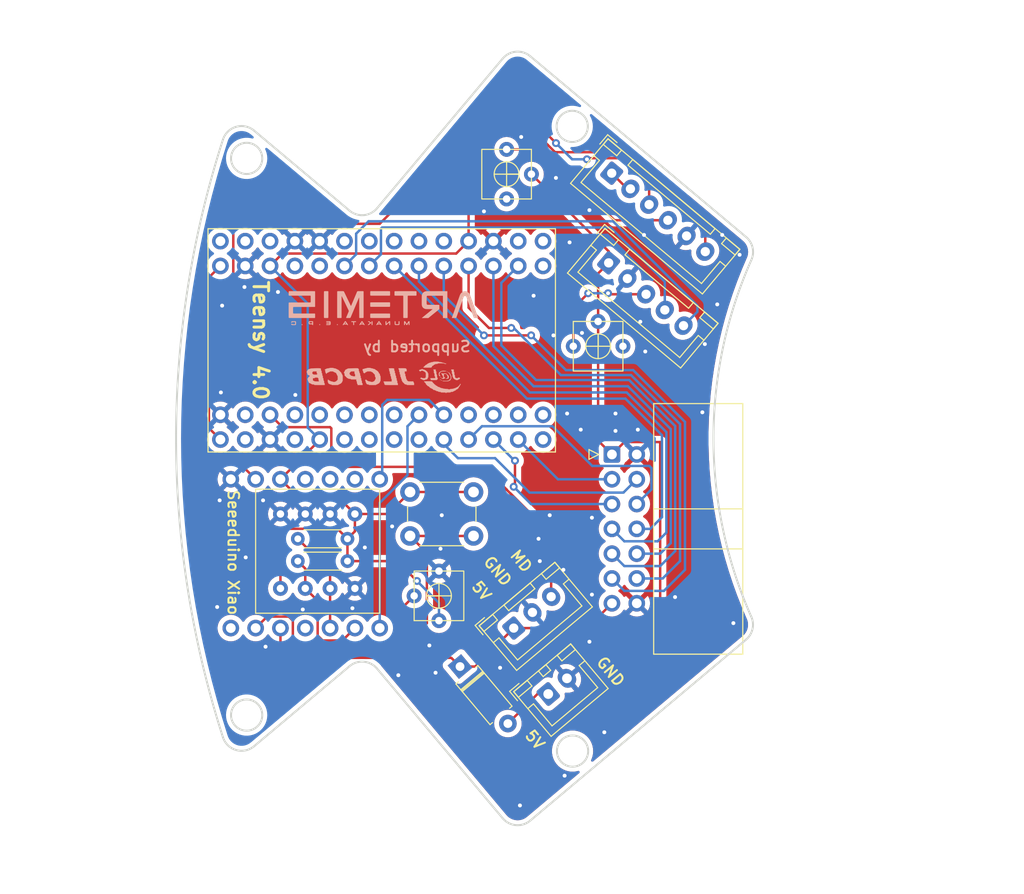
<source format=kicad_pcb>
(kicad_pcb (version 20211014) (generator pcbnew)
  (layers (0 "F.Cu" signal) (31 "B.Cu" signal) (34 "B.Paste" user) (35 "F.Paste" user) (36 "B.SilkS" user "B.Silkscreen") (37 "F.SilkS" user "F.Silkscreen") (38 "B.Mask" user) (39 "F.Mask" user) (44 "Edge.Cuts" user))
  (net 0 "")
  (net 1 "+5V")
  (net 2 "Net-(D1-Pad2)")
  (net 3 "GND")
  (net 4 "MD_TX")
  (net 5 "Net-(J3-Pad3)")
  (net 6 "Line_Seeed_Tx")
  (net 7 "Line_Seeed_Rx")
  (net 8 "Push_Enter")
  (net 9 "Push_Left")
  (net 10 "Push_Right")
  (net 11 "Toggle_Switch")
  (net 12 "SSD1306_SDA")
  (net 13 "SSD1306_SCL")
  (net 14 "OpenMV_Tx")
  (net 15 "OpenMV_Rx")
  (net 16 "Kathode")
  (net 17 "TouchSensor")
  (net 18 "Net-(J5-Pad4)")
  (net 19 "+3.3V")
  (net 20 "L3GD20H_SCL")
  (net 21 "L3GD20H_SDA")
  (net 22 "A1")
  (net 23 "A2")
  (net 30 "Gyro_Seeed_Rx")
  (net 31 "Gyro_Seeed_Tx")
  (net 40 "Ball_Seeed_Tx")
  (net 41 "Ball_Seeed_Rx")
  (footprint "Connector_IDC:IDC-Header_2x07_P2.54mm_Horizontal" (layer "F.Cu") (at 169.0545 99.06)
    (fp_text reference "J4" hide)
    (fp_text value "Conn_01x14_Female" hide)
    (pad "1" thru_hole roundrect (at 0 0) (size 1.7 1.7) (drill 1) (layers *.Cu *.Mask) (roundrect_rratio 0.1470588235) (net 1 "+5V"))
    (pad "2" thru_hole circle (at 2.54 0) (size 1.7 1.7) (drill 1) (layers *.Cu *.Mask) (net 3 "GND"))
    (pad "3" thru_hole circle (at 0 2.54) (size 1.7 1.7) (drill 1) (layers *.Cu *.Mask) (net 8 "Push_Enter"))
    (pad "4" thru_hole circle (at 2.54 2.54) (size 1.7 1.7) (drill 1) (layers *.Cu *.Mask) (net 9 "Push_Left"))
    (pad "5" thru_hole circle (at 0 5.08) (size 1.7 1.7) (drill 1) (layers *.Cu *.Mask) (net 10 "Push_Right"))
    (pad "6" thru_hole circle (at 2.54 5.08) (size 1.7 1.7) (drill 1) (layers *.Cu *.Mask) (net 11 "Toggle_Switch"))
    (pad "7" thru_hole circle (at 0 7.62) (size 1.7 1.7) (drill 1) (layers *.Cu *.Mask) (net 12 "SSD1306_SDA"))
    (pad "8" thru_hole circle (at 2.54 7.62) (size 1.7 1.7) (drill 1) (layers *.Cu *.Mask) (net 13 "SSD1306_SCL"))
    (pad "9" thru_hole circle (at 0 10.16) (size 1.7 1.7) (drill 1) (layers *.Cu *.Mask) (net 40 "Ball_Seeed_Tx"))
    (pad "10" thru_hole circle (at 2.54 10.16) (size 1.7 1.7) (drill 1) (layers *.Cu *.Mask) (net 41 "Ball_Seeed_Rx"))
    (pad "11" thru_hole circle (at 0 12.7) (size 1.7 1.7) (drill 1) (layers *.Cu *.Mask) (net 14 "OpenMV_Tx"))
    (pad "12" thru_hole circle (at 2.54 12.7) (size 1.7 1.7) (drill 1) (layers *.Cu *.Mask) (net 15 "OpenMV_Rx"))
    (pad "13" thru_hole circle (at 0 15.24) (size 1.7 1.7) (drill 1) (layers *.Cu *.Mask) (net 1 "+5V"))
    (pad "14" thru_hole circle (at 2.54 15.24) (size 1.7 1.7) (drill 1) (layers *.Cu *.Mask) (net 3 "GND"))
  )
  (footprint "Diode_THT:D_A-405_P7.62mm_Horizontal" (layer "F.Cu") (at 153.50698 120.779371 -50)
    (fp_text reference "D1" hide)
    (fp_text value "D" hide)
    (pad "1" thru_hole rect (at 0 0 310) (size 1.8 1.8) (drill 0.9) (layers *.Cu *.Mask) (net 1 "+5V"))
    (pad "2" thru_hole oval (at 7.62 0 310) (size 1.8 1.8) (drill 0.9) (layers *.Cu *.Mask) (net 2 "Net-(D1-Pad2)"))
  )
  (footprint "Connector_JST:JST_XH_B5B-XH-A_1x05_P2.50mm_Vertical" (layer "F.Cu") (at 168.719242 79.441889 -40)
    (fp_text reference "J3" hide)
    (fp_text value "Conn_01x05_Female" hide)
    (pad "1" thru_hole roundrect (at 0 0 320) (size 1.7 1.95) (drill 0.95) (layers *.Cu *.Mask) (roundrect_rratio 0.1470588235) (net 1 "+5V"))
    (pad "2" thru_hole oval (at 2.5 0 320) (size 1.7 1.95) (drill 0.95) (layers *.Cu *.Mask) (net 3 "GND"))
    (pad "3" thru_hole oval (at 5 0 320) (size 1.7 1.95) (drill 0.95) (layers *.Cu *.Mask) (net 5 "Net-(J3-Pad3)"))
    (pad "4" thru_hole oval (at 7.5 0 320) (size 1.7 1.95) (drill 0.95) (layers *.Cu *.Mask) (net 6 "Line_Seeed_Tx"))
    (pad "5" thru_hole oval (at 10 0 320) (size 1.7 1.95) (drill 0.95) (layers *.Cu *.Mask) (net 7 "Line_Seeed_Rx"))
  )
  (footprint "Variable_Register:Variable_Register" (layer "F.Cu") (at 167.64 80.359)
    (fp_text reference "R1" hide)
    (fp_text value "R_Trim" hide)
    (pad "1" thru_hole circle (at -2.54 7.62) (size 1.524 1.524) (drill 0.762) (layers *.Cu *.Mask) (net 5 "Net-(J3-Pad3)"))
    (pad "2" thru_hole circle (at 0 5.08) (size 1.524 1.524) (drill 0.762) (layers *.Cu *.Mask) (net 1 "+5V"))
    (pad "3" thru_hole circle (at 2.54 7.62) (size 1.524 1.524) (drill 0.762) (layers *.Cu *.Mask))
  )
  (footprint "Connector_JST:JST_XH_B6B-XH-A_1x06_P2.50mm_Vertical" (layer "F.Cu") (at 169.031686 70.256404 -40)
    (fp_text reference "J5" hide)
    (fp_text value "Conn_01x06_Female" hide)
    (pad "1" thru_hole roundrect (at 0 0 320) (size 1.7 1.95) (drill 0.95) (layers *.Cu *.Mask) (roundrect_rratio 0.1470588235) (net 16 "Kathode"))
    (pad "2" thru_hole oval (at 2.5 0 320) (size 1.7 1.95) (drill 0.95) (layers *.Cu *.Mask) (net 16 "Kathode"))
    (pad "3" thru_hole oval (at 5 0 320) (size 1.7 1.95) (drill 0.95) (layers *.Cu *.Mask) (net 17 "TouchSensor"))
    (pad "4" thru_hole oval (at 7.5 0 320) (size 1.7 1.95) (drill 0.95) (layers *.Cu *.Mask) (net 18 "Net-(J5-Pad4)"))
    (pad "5" thru_hole oval (at 10 0 320) (size 1.7 1.95) (drill 0.95) (layers *.Cu *.Mask) (net 3 "GND"))
    (pad "6" thru_hole oval (at 12.5 0 320) (size 1.7 1.95) (drill 0.95) (layers *.Cu *.Mask) (net 19 "+3.3V"))
  )
  (footprint "Connector_JST:JST_XH_B3B-XH-A_1x03_P2.50mm_Vertical" (layer "F.Cu") (at 159.004 116.84 40)
    (fp_text reference "J2" hide)
    (fp_text value "Conn_01x03_Female" hide)
    (pad "1" thru_hole roundrect (at 0 0 40) (size 1.7 1.95) (drill 0.95) (layers *.Cu *.Mask) (roundrect_rratio 0.1470588235) (net 1 "+5V"))
    (pad "2" thru_hole oval (at 2.5 0 40) (size 1.7 1.95) (drill 0.95) (layers *.Cu *.Mask) (net 3 "GND"))
    (pad "3" thru_hole oval (at 5 0 40) (size 1.7 1.95) (drill 0.95) (layers *.Cu *.Mask) (net 4 "MD_TX"))
  )
  (footprint "Connector_JST:JST_XH_B2B-XH-A_1x02_P2.50mm_Vertical" (layer "F.Cu") (at 162.534981 123.591311 40)
    (fp_text reference "J1" hide)
    (fp_text value "Conn_01x02_Female" hide)
    (pad "1" thru_hole roundrect (at 0 0 40) (size 1.7 2) (drill 1) (layers *.Cu *.Mask) (roundrect_rratio 0.1470588235) (net 2 "Net-(D1-Pad2)"))
    (pad "2" thru_hole oval (at 2.5 0 40) (size 1.7 2) (drill 1) (layers *.Cu *.Mask) (net 3 "GND"))
  )
  (footprint "Variable_Register:Variable_Register" (layer "F.Cu") (at 165.894 70.358 -90)
    (fp_text reference "R2" hide)
    (fp_text value "R_Trim" hide)
    (pad "1" thru_hole circle (at -2.54 7.62 270) (size 1.524 1.524) (drill 0.762) (layers *.Cu *.Mask) (net 18 "Net-(J5-Pad4)"))
    (pad "2" thru_hole circle (at 0 5.08 270) (size 1.524 1.524) (drill 0.762) (layers *.Cu *.Mask) (net 1 "+5V"))
    (pad "3" thru_hole circle (at 2.54 7.62 270) (size 1.524 1.524) (drill 0.762) (layers *.Cu *.Mask))
  )
  (footprint "Resistor_THT:R_Axial_DIN0204_L3.6mm_D1.6mm_P5.08mm_Horizontal" (layer "F.Cu") (at 136.906 107.696)
    (fp_text reference "R4" hide)
    (fp_text value "R" hide)
    (pad "1" thru_hole circle (at 0 0) (size 1.4 1.4) (drill 0.7) (layers *.Cu *.Mask) (net 21 "L3GD20H_SDA"))
    (pad "2" thru_hole oval (at 5.08 0) (size 1.4 1.4) (drill 0.7) (layers *.Cu *.Mask) (net 19 "+3.3V"))
  )
  (footprint "L3GD20H_Module:L3GD20H_Module_KiCad6.0" (layer "F.Cu") (at 140.208 108.966 90)
    (fp_text reference "U3" hide)
    (fp_text value "L3GD20H_module" hide)
    (pad "1" thru_hole circle (at -3.81 -5.08 90) (size 1.524 1.524) (drill 0.762) (layers *.Cu *.Mask) (net 19 "+3.3V"))
    (pad "2" thru_hole circle (at -3.81 -2.54 90) (size 1.524 1.524) (drill 0.762) (layers *.Cu *.Mask) (net 20 "L3GD20H_SCL"))
    (pad "3" thru_hole circle (at -3.81 0 90) (size 1.524 1.524) (drill 0.762) (layers *.Cu *.Mask) (net 21 "L3GD20H_SDA"))
    (pad "4" thru_hole circle (at -3.81 2.54 90) (size 1.524 1.524) (drill 0.762) (layers *.Cu *.Mask) (net 3 "GND"))
    (pad "5" thru_hole circle (at 3.81 -5.08 90) (size 1.524 1.524) (drill 0.762) (layers *.Cu *.Mask) (net 3 "GND"))
    (pad "6" thru_hole circle (at 3.81 -2.54 90) (size 1.524 1.524) (drill 0.762) (layers *.Cu *.Mask) (net 3 "GND"))
    (pad "7" thru_hole circle (at 3.81 0 90) (size 1.524 1.524) (drill 0.762) (layers *.Cu *.Mask) (net 3 "GND"))
    (pad "8" thru_hole circle (at 3.81 2.54 90) (size 1.524 1.524) (drill 0.762) (layers *.Cu *.Mask) (net 19 "+3.3V"))
  )
  (footprint "Teensy_Breakout:Teensy_Brakeout" (layer "F.Cu") (at 145.034 87.376 90)
    (fp_text reference "U1" hide)
    (fp_text value "Teensy4.0" hide)
    (pad "1" thru_hole circle (at -10.16 -10.97 270) (size 1.7 1.7) (drill 1) (layers *.Cu *.Mask) (net 3 "GND"))
    (pad "1" thru_hole circle (at 10.16 11.89 270) (size 1.7 1.7) (drill 1) (layers *.Cu *.Mask) (net 3 "GND"))
    (pad "1" thru_hole circle (at 10.16 -5.89 270) (size 1.7 1.7) (drill 1) (layers *.Cu *.Mask) (net 3 "GND"))
    (pad "1" thru_hole circle (at 10.16 -8.43 270) (size 1.7 1.7) (drill 1) (layers *.Cu *.Mask) (net 3 "GND"))
    (pad "1" thru_hole circle (at -7.62 -16.05 270) (size 1.7 1.7) (drill 1) (layers *.Cu *.Mask) (net 3 "GND"))
    (pad "1" thru_hole circle (at 7.62 -13.51 270) (size 1.7 1.7) (drill 1) (layers *.Cu *.Mask) (net 3 "GND"))
    (pad "2" thru_hole circle (at -7.62 -13.51 270) (size 1.7 1.7) (drill 1) (layers *.Cu *.Mask))
    (pad "3" thru_hole circle (at -7.62 -10.97 270) (size 1.7 1.7) (drill 1) (layers *.Cu *.Mask) (net 4 "MD_TX"))
    (pad "4" thru_hole circle (at -7.62 -8.43 270) (size 1.7 1.7) (drill 1) (layers *.Cu *.Mask))
    (pad "5" thru_hole circle (at -7.62 -5.89 270) (size 1.7 1.7) (drill 1) (layers *.Cu *.Mask))
    (pad "6" thru_hole circle (at -7.62 -3.35 270) (size 1.7 1.7) (drill 1) (layers *.Cu *.Mask))
    (pad "7" thru_hole circle (at -7.62 -0.81 270) (size 1.7 1.7) (drill 1) (layers *.Cu *.Mask))
    (pad "8" thru_hole circle (at -7.62 1.73 270) (size 1.7 1.7) (drill 1) (layers *.Cu *.Mask))
    (pad "9" thru_hole circle (at -7.62 4.27 270) (size 1.7 1.7) (drill 1) (layers *.Cu *.Mask) (net 30 "Gyro_Seeed_Rx"))
    (pad "10" thru_hole circle (at -7.62 6.81 270) (size 1.7 1.7) (drill 1) (layers *.Cu *.Mask) (net 31 "Gyro_Seeed_Tx"))
    (pad "11" thru_hole circle (at -7.62 9.35 270) (size 1.7 1.7) (drill 1) (layers *.Cu *.Mask))
    (pad "12" thru_hole circle (at -7.62 11.89 270) (size 1.7 1.7) (drill 1) (layers *.Cu *.Mask))
    (pad "13" thru_hole circle (at -7.62 14.43 270) (size 1.7 1.7) (drill 1) (layers *.Cu *.Mask))
    (pad "14" thru_hole circle (at -7.62 16.97 270) (size 1.7 1.7) (drill 1) (layers *.Cu *.Mask))
    (pad "15" thru_hole circle (at -10.16 16.97 90) (size 1.7 1.7) (drill 1) (layers *.Cu *.Mask))
    (pad "18" thru_hole circle (at 10.16 14.43 90) (size 1.7 1.7) (drill 1) (layers *.Cu *.Mask))
    (pad "19" thru_hole circle (at 10.16 16.97 90) (size 1.7 1.7) (drill 1) (layers *.Cu *.Mask))
    (pad "20" thru_hole circle (at 7.62 16.97 270) (size 1.7 1.7) (drill 1) (layers *.Cu *.Mask))
    (pad "21" thru_hole circle (at 7.62 14.43 270) (size 1.7 1.7) (drill 1) (layers *.Cu *.Mask) (net 40 "Ball_Seeed_Tx"))
    (pad "22" thru_hole circle (at 7.62 11.89 270) (size 1.7 1.7) (drill 1) (layers *.Cu *.Mask) (net 41 "Ball_Seeed_Rx"))
    (pad "23" thru_hole circle (at 7.62 9.35 270) (size 1.7 1.7) (drill 1) (layers *.Cu *.Mask) (net 15 "OpenMV_Rx"))
    (pad "24" thru_hole circle (at 7.62 6.81 270) (size 1.7 1.7) (drill 1) (layers *.Cu *.Mask) (net 14 "OpenMV_Tx"))
    (pad "25" thru_hole circle (at 7.62 4.27 270) (size 1.7 1.7) (drill 1) (layers *.Cu *.Mask) (net 12 "SSD1306_SDA"))
    (pad "26" thru_hole circle (at 7.62 1.73 270) (size 1.7 1.7) (drill 1) (layers *.Cu *.Mask) (net 13 "SSD1306_SCL"))
    (pad "27" thru_hole circle (at 7.62 -0.81 270) (size 1.7 1.7) (drill 1) (layers *.Cu *.Mask) (net 6 "Line_Seeed_Tx"))
    (pad "28" thru_hole circle (at 7.62 -3.35 270) (size 1.7 1.7) (drill 1) (layers *.Cu *.Mask) (net 7 "Line_Seeed_Rx"))
    (pad "29" thru_hole circle (at 7.62 -5.89 270) (size 1.7 1.7) (drill 1) (layers *.Cu *.Mask))
    (pad "30" thru_hole circle (at 7.62 -8.43 270) (size 1.7 1.7) (drill 1) (layers *.Cu *.Mask))
    (pad "31" thru_hole circle (at 7.62 -10.97 270) (size 1.7 1.7) (drill 1) (layers *.Cu *.Mask) (net 19 "+3.3V"))
    (pad "31" thru_hole circle (at -10.16 -5.89 270) (size 1.7 1.7) (drill 1) (layers *.Cu *.Mask) (net 19 "+3.3V"))
    (pad "31" thru_hole circle (at 10.16 9.35 270) (size 1.7 1.7) (drill 1) (layers *.Cu *.Mask) (net 19 "+3.3V"))
    (pad "33" thru_hole circle (at 7.62 -16.05 270) (size 1.7 1.7) (drill 1) (layers *.Cu *.Mask) (net 1 "+5V"))
    (pad "34" thru_hole circle (at 10.16 -16.05 90) (size 1.7 1.7) (drill 1) (layers *.Cu *.Mask))
    (pad "35" thru_hole circle (at 10.16 6.81 90) (size 1.7 1.7) (drill 1) (layers *.Cu *.Mask))
    (pad "36" thru_hole circle (at 10.16 -0.81 90) (size 1.7 1.7) (drill 1) (layers *.Cu *.Mask))
    (pad "37" thru_hole circle (at 10.16 1.73 90) (size 1.7 1.7) (drill 1) (layers *.Cu *.Mask))
    (pad "38" thru_hole circle (at 10.16 -3.35 90) (size 1.7 1.7) (drill 1) (layers *.Cu *.Mask))
    (pad "39" thru_hole circle (at 10.16 4.27 90) (size 1.7 1.7) (drill 1) (layers *.Cu *.Mask))
    (pad "40" thru_hole circle (at -10.16 4.27 90) (size 1.7 1.7) (drill 1) (layers *.Cu *.Mask))
    (pad "41" thru_hole circle (at -10.16 14.43 90) (size 1.7 1.7) (drill 1) (layers *.Cu *.Mask) (net 8 "Push_Enter"))
    (pad "42" thru_hole circle (at -10.16 6.81 90) (size 1.7 1.7) (drill 1) (layers *.Cu *.Mask) (net 9 "Push_Left"))
    (pad "43" thru_hole circle (at -10.16 11.89 90) (size 1.7 1.7) (drill 1) (layers *.Cu *.Mask) (net 10 "Push_Right"))
    (pad "44" thru_hole circle (at -10.16 9.35 90) (size 1.7 1.7) (drill 1) (layers *.Cu *.Mask) (net 11 "Toggle_Switch"))
    (pad "45" thru_hole circle (at -10.16 -16.05 90) (size 1.7 1.7) (drill 1) (layers *.Cu *.Mask) (net 17 "TouchSensor"))
    (pad "46" thru_hole circle (at -10.16 -13.51 90) (size 1.7 1.7) (drill 1) (layers *.Cu *.Mask))
    (pad "48" thru_hole circle (at -10.16 -8.43 90) (size 1.7 1.7) (drill 1) (layers *.Cu *.Mask))
    (pad "50" thru_hole circle (at -10.16 -3.35 90) (size 1.7 1.7) (drill 1) (layers *.Cu *.Mask))
    (pad "51" thru_hole circle (at -10.16 -0.81 90) (size 1.7 1.7) (drill 1) (layers *.Cu *.Mask))
    (pad "52" thru_hole circle (at -10.16 1.73 90) (size 1.7 1.7) (drill 1) (layers *.Cu *.Mask))
    (pad "53" thru_hole circle (at 10.16 -13.51 90) (size 1.7 1.7) (drill 1) (layers *.Cu *.Mask))
    (pad "54" thru_hole circle (at 10.16 -10.97 90) (size 1.7 1.7) (drill 1) (layers *.Cu *.Mask))
  )
  (footprint "Resistor_THT:R_Axial_DIN0204_L3.6mm_D1.6mm_P5.08mm_Horizontal" (layer "F.Cu") (at 136.906 109.982)
    (fp_text reference "R3" hide)
    (fp_text value "R" hide)
    (pad "1" thru_hole circle (at 0 0) (size 1.4 1.4) (drill 0.7) (layers *.Cu *.Mask) (net 20 "L3GD20H_SCL"))
    (pad "2" thru_hole oval (at 5.08 0) (size 1.4 1.4) (drill 0.7) (layers *.Cu *.Mask) (net 19 "+3.3V"))
  )
  (footprint "Variable_Register:Variable_Register" (layer "F.Cu") (at 143.732 113.538 90)
    (fp_text reference "RV1" hide)
    (fp_text value "R_Potentiometer_Trim_US" hide)
    (pad "1" thru_hole circle (at -2.54 7.62 90) (size 1.524 1.524) (drill 0.762) (layers *.Cu *.Mask) (net 19 "+3.3V"))
    (pad "2" thru_hole circle (at 0 5.08 90) (size 1.524 1.524) (drill 0.762) (layers *.Cu *.Mask) (net 22 "A1"))
    (pad "3" thru_hole circle (at 2.54 7.62 90) (size 1.524 1.524) (drill 0.762) (layers *.Cu *.Mask) (net 3 "GND"))
  )
  (footprint "Button_Switch_THT:SW_PUSH_6mm_H5mm" (layer "F.Cu") (at 148.388 102.906)
    (fp_text reference "SW1" hide)
    (fp_text value "SW_Push" hide)
    (pad "1" thru_hole circle (at 0 0 90) (size 2 2) (drill 1.1) (layers *.Cu *.Mask) (net 19 "+3.3V"))
    (pad "1" thru_hole circle (at 6.5 0 90) (size 2 2) (drill 1.1) (layers *.Cu *.Mask) (net 19 "+3.3V"))
    (pad "2" thru_hole circle (at 6.5 4.5 90) (size 2 2) (drill 1.1) (layers *.Cu *.Mask) (net 23 "A2"))
    (pad "2" thru_hole circle (at 0 4.5 90) (size 2 2) (drill 1.1) (layers *.Cu *.Mask) (net 23 "A2"))
  )
  (footprint "Seeeduino_Xiao:seeeduinoXIAO" (layer "F.Cu") (at 137.668 109.22 -90)
    (fp_text reference "U2" hide)
    (fp_text value "SeeeduinoXIAO" hide)
    (pad "1" thru_hole circle (at 7.62 7.62 270) (size 1.7 1.7) (drill 1) (layers *.Cu *.Mask))
    (pad "2" thru_hole circle (at 7.62 5.08 270) (size 1.7 1.7) (drill 1) (layers *.Cu *.Mask) (net 22 "A1"))
    (pad "3" thru_hole circle (at 7.62 2.54 270) (size 1.7 1.7) (drill 1) (layers *.Cu *.Mask) (net 23 "A2"))
    (pad "4" thru_hole circle (at 7.62 0 270) (size 1.7 1.7) (drill 1) (layers *.Cu *.Mask))
    (pad "5" thru_hole circle (at 7.62 -2.54 270) (size 1.7 1.7) (drill 1) (layers *.Cu *.Mask) (net 21 "L3GD20H_SDA"))
    (pad "6" thru_hole circle (at 7.62 -5.08 270) (size 1.7 1.7) (drill 1) (layers *.Cu *.Mask) (net 20 "L3GD20H_SCL"))
    (pad "7" thru_hole circle (at 7.62 -7.62 270) (size 1.7 1.7) (drill 1) (layers *.Cu *.Mask) (net 30 "Gyro_Seeed_Rx"))
    (pad "8" thru_hole circle (at -7.62 -7.62 270) (size 1.7 1.7) (drill 1) (layers *.Cu *.Mask) (net 31 "Gyro_Seeed_Tx"))
    (pad "9" thru_hole circle (at -7.62 -5.08 270) (size 1.7 1.7) (drill 1) (layers *.Cu *.Mask))
    (pad "10" thru_hole circle (at -7.62 -2.54 270) (size 1.7 1.7) (drill 1) (layers *.Cu *.Mask))
    (pad "11" thru_hole circle (at -7.62 0 270) (size 1.7 1.7) (drill 1) (layers *.Cu *.Mask))
    (pad "12" thru_hole circle (at -7.62 2.54 270) (size 1.7 1.7) (drill 1) (layers *.Cu *.Mask) (net 19 "+3.3V"))
    (pad "13" thru_hole circle (at -7.62 5.08 270) (size 1.7 1.7) (drill 1) (layers *.Cu *.Mask) (net 1 "+5V"))
    (pad "14" thru_hole circle (at -7.62 7.62 270) (size 1.7 1.7) (drill 1) (layers *.Cu *.Mask) (net 3 "GND"))
  )
  (footprint "_Others:JLCPCB" (layer "B.Cu") (at 145.796 91.186 180)
    (fp_text reference "G***" hide)
    (fp_text value "LOGO" hide)
  )
  (footprint "Artemis_Logo:Artemis_Logo" (layer "B.Cu") (at 147.024681 83.595975 180)
    (fp_text reference "G***" hide)
    (fp_text value "LOGO" hide)
  )
  (gr_circle (center 165.022754 129.435558) (end 163.422754 129.435558) (layer "Edge.Cuts") (width 0.2) (fill none))
  (gr_line (start 160.688173 136.557968) (end 182.776024 118.02406) (layer "Edge.Cuts") (width 0.2))
  (gr_line (start 145.014756 120.990565) (end 157.870508 136.311454) (layer "Edge.Cuts") (width 0.2))
  (gr_line (start 142.197092 74.092295) (end 132.4324 65.898746) (layer "Edge.Cuts") (width 0.2))
  (gr_circle (center 164.989113 65.463305) (end 163.389113 65.463305) (layer "Edge.Cuts") (width 0.2) (fill none))
  (gr_arc (start 129.242758 128.017498) (mid 124.446126 97.418173) (end 129.242758 66.818848) (layer "Edge.Cuts") (width 0.2))
  (gr_line (start 157.871345 58.523895) (end 145.014756 73.845781) (layer "Edge.Cuts") (width 0.2))
  (gr_arc (start 145.014756 73.845781) (mid 143.656969 74.552612) (end 142.197092 74.092295) (layer "Edge.Cuts") (width 0.2))
  (gr_arc (start 157.871345 58.523895) (mid 159.228473 57.817144) (end 160.688012 58.276546) (layer "Edge.Cuts") (width 0.2))
  (gr_arc (start 183.31835 115.68032) (mid 179.446127 97.408182) (end 183.326463 79.137765) (layer "Edge.Cuts") (width 0.2))
  (gr_arc (start 132.4324 128.9376) (mid 130.592495 129.327147) (end 129.242758 128.017498) (layer "Edge.Cuts") (width 0.2))
  (gr_line (start 132.4324 128.9376) (end 142.197092 120.744051) (layer "Edge.Cuts") (width 0.2))
  (gr_arc (start 160.688173 136.557968) (mid 159.228296 137.018247) (end 157.870508 136.311454) (layer "Edge.Cuts") (width 0.2))
  (gr_circle (center 131.669047 125.747339) (end 130.069047 125.747339) (layer "Edge.Cuts") (width 0.2) (fill none))
  (gr_arc (start 142.197092 120.744051) (mid 143.656964 120.283787) (end 145.014756 120.990565) (layer "Edge.Cuts") (width 0.2))
  (gr_arc (start 182.783501 76.792377) (mid 183.44739 77.874228) (end 183.326463 79.137765) (layer "Edge.Cuts") (width 0.2))
  (gr_circle (center 131.669047 68.741578) (end 130.069047 68.741578) (layer "Edge.Cuts") (width 0.2) (fill none))
  (gr_arc (start 183.31835 115.68032) (mid 183.438964 116.942846) (end 182.776024 118.02406) (layer "Edge.Cuts") (width 0.2))
  (gr_line (start 182.783501 76.792377) (end 160.688012 58.276546) (layer "Edge.Cuts") (width 0.2))
  (gr_arc (start 129.242758 66.818848) (mid 130.592499 65.509215) (end 132.4324 65.898746) (layer "Edge.Cuts") (width 0.2))
  (gr_text "Supported by" (at 149.098 88.011) (layer "B.SilkS") (effects (font (size 1.1 1.1) (thickness 0.2)) (justify mirror)))
  (gr_text "5V" (at 161.163 128.27 310) (layer "F.SilkS") (effects (font (size 1.1 1.1) (thickness 0.2))))
  (gr_text "Teensy 4.0" (at 133.096 87.376 270) (layer "F.SilkS") (effects (font (size 1.5 1.5) (thickness 0.3))))
  (gr_text "MD\n" (at 159.766 109.982 310) (layer "F.SilkS") (effects (font (size 1.1 1.1) (thickness 0.2))))
  (gr_text "GND\n" (at 168.91 121.285 310) (layer "F.SilkS") (effects (font (size 1.1 1.1) (thickness 0.2))))
  (gr_text "GND\n" (at 157.353 110.998 310) (layer "F.SilkS") (effects (font (size 1.1 1.1) (thickness 0.2))))
  (gr_text "5V\n" (at 155.702 113.03 310) (layer "F.SilkS") (effects (font (size 1.1 1.1) (thickness 0.2))))
  (gr_text "Seeeduino Xiao" (at 130.302 109.093 270) (layer "F.SilkS") (effects (font (size 1.1 1.1) (thickness 0.2))))
  (segment (start 160.814 70.358) (end 168.719242 78.263242) (width 0.25) (layer "F.Cu") (net 1))
  (segment (start 159.004 116.84) (end 166.5145 116.84) (width 0.25) (layer "F.Cu") (net 1))
  (segment (start 168.719242 78.263242) (end 168.719242 79.441889) (width 0.25) (layer "F.Cu") (net 1))
  (segment (start 129.286 119.888) (end 127.254 117.856) (width 0.25) (layer "F.Cu") (net 1))
  (segment (start 130.81 99.822) (end 127.254 99.822) (width 0.25) (layer "F.Cu") (net 1))
  (segment (start 170.3245 97.79) (end 173.99 97.79) (width 0.25) (layer "F.Cu") (net 1))
  (segment (start 153.50698 120.779371) (end 155.064629 120.779371) (width 0.25) (layer "F.Cu") (net 1))
  (segment (start 173.99 97.79) (end 173.99 115.316) (width 0.25) (layer "F.Cu") (net 1))
  (segment (start 168.719242 79.441889) (end 167.64 80.521131) (width 0.25) (layer "F.Cu") (net 1))
  (segment (start 155.064629 120.779371) (end 159.004 116.84) (width 0.25) (layer "F.Cu") (net 1))
  (segment (start 172.466 116.84) (end 166.5145 116.84) (width 0.25) (layer "F.Cu") (net 1))
  (segment (start 132.588 101.6) (end 130.81 99.822) (width 0.25) (layer "F.Cu") (net 1))
  (segment (start 166.5145 116.84) (end 169.0545 114.3) (width 0.25) (layer "F.Cu") (net 1))
  (segment (start 127.254 99.822) (end 127.254 81.486) (width 0.25) (layer "F.Cu") (net 1))
  (segment (start 152.615609 119.888) (end 129.286 119.888) (width 0.25) (layer "F.Cu") (net 1))
  (segment (start 173.99 115.316) (end 172.466 116.84) (width 0.25) (layer "F.Cu") (net 1))
  (segment (start 167.64 80.521131) (end 167.64 89.122) (width 0.25) (layer "F.Cu") (net 1))
  (segment (start 169.0545 99.06) (end 170.3245 97.79) (width 0.25) (layer "F.Cu") (net 1))
  (segment (start 127.254 117.856) (end 127.254 99.822) (width 0.25) (layer "F.Cu") (net 1))
  (segment (start 167.64 97.6455) (end 169.0545 99.06) (width 0.25) (layer "F.Cu") (net 1))
  (segment (start 167.64 89.122) (end 167.64 97.6455) (width 0.25) (layer "F.Cu") (net 1))
  (segment (start 127.254 81.486) (end 128.984 79.756) (width 0.25) (layer "F.Cu") (net 1))
  (segment (start 153.50698 120.779371) (end 152.615609 119.888) (width 0.25) (layer "F.Cu") (net 1))
  (segment (start 162.534981 123.591311) (end 161.430341 123.591311) (width 0.25) (layer "F.Cu") (net 2))
  (segment (start 161.430341 123.591311) (end 158.405022 126.61663) (width 0.25) (layer "F.Cu") (net 2))
  (via (at 167.005 105.537) (size 0.8) (drill 0.4) (layers "F.Cu" "B.Cu") (net 3))
  (via (at 161.036 82.804) (size 0.8) (drill 0.4) (layers "F.Cu" "B.Cu") (net 3))
  (via (at 155.956 74.168) (size 0.8) (drill 0.4) (layers "F.Cu" "B.Cu") (net 3))
  (via (at 164.084 110.871) (size 0.8) (drill 0.4) (layers "F.Cu" "B.Cu") (net 3))
  (via (at 172.339 76.581) (size 0.8) (drill 0.4) (layers "F.Cu" "B.Cu") (net 3))
  (via (at 157.607 120.904) (size 0.8) (drill 0.4) (layers "F.Cu" "B.Cu") (net 3))
  (via (at 151.003 121.412) (size 0.8) (drill 0.4) (layers "F.Cu" "B.Cu") (net 3))
  (via (at 171.704 96.52) (size 0.8) (drill 0.4) (layers "F.Cu" "B.Cu") (net 3))
  (via (at 168.275 127.508) (size 0.8) (drill 0.4) (layers "F.Cu" "B.Cu") (net 3))
  (via (at 143.764 108.585) (size 0.8) (drill 0.4) (layers "F.Cu" "B.Cu") (net 3))
  (via (at 164.465 94.869) (size 0.8) (drill 0.4) (layers "F.Cu" "B.Cu") (net 3))
  (via (at 128.905 103.759) (size 0.8) (drill 0.4) (layers "F.Cu" "B.Cu") (net 3))
  (via (at 133.604 118.745) (size 0.8) (drill 0.4) (layers "F.Cu" "B.Cu") (net 3))
  (via (at 150.368 118.618) (size 0.8) (drill 0.4) (layers "F.Cu" "B.Cu") (net 3))
  (via (at 178.562 87.757) (size 0.8) (drill 0.4) (layers "F.Cu" "B.Cu") (net 3))
  (via (at 167.005 113.411) (size 0.8) (drill 0.4) (layers "F.Cu" "B.Cu") (net 3))
  (via (at 181.483 116.332) (size 0.8) (drill 0.4) (layers "F.Cu" "B.Cu") (net 3))
  (via (at 165.862 96.52) (size 0.8) (drill 0.4) (layers "F.Cu" "B.Cu") (net 3))
  (via (at 159.766 66.548) (size 0.8) (drill 0.4) (layers "F.Cu" "B.Cu") (net 3))
  (via (at 129.159 83.82) (size 0.8) (drill 0.4) (layers "F.Cu" "B.Cu") (net 3))
  (via (at 147.193 121.666) (size 0.8) (drill 0.4) (layers "F.Cu" "B.Cu") (net 3))
  (via (at 142.494 114.808) (size 0.8) (drill 0.4) (layers "F.Cu" "B.Cu") (net 3))
  (via (at 161.671 109.982) (size 0.8) (drill 0.4) (layers "F.Cu" "B.Cu") (net 3))
  (via (at 169.418 94.869) (size 0.8) (drill 0.4) (layers "F.Cu" "B.Cu") (net 3))
  (via (at 151.638 105.283) (size 0.8) (drill 0.4) (layers "F.Cu" "B.Cu") (net 3))
  (via (at 166.751 74.041) (size 0.8) (drill 0.4) (layers "F.Cu" "B.Cu") (net 3))
  (via (at 163.068 86.868) (size 0.8) (drill 0.4) (layers "F.Cu" "B.Cu") (net 3))
  (via (at 171.958 85.471) (size 0.8) (drill 0.4) (layers "F.Cu" "B.Cu") (net 3))
  (via (at 131.572 109.601) (size 0.8) (drill 0.4) (layers "F.Cu" "B.Cu") (net 3))
  (via (at 162.687 105.283) (size 0.8) (drill 0.4) (layers "F.Cu" "B.Cu") (net 3))
  (via (at 161.544 107.696) (size 0.8) (drill 0.4) (layers "F.Cu" "B.Cu") (net 3))
  (via (at 134.874 82.423) (size 0.8) (drill 0.4) (layers "F.Cu" "B.Cu") (net 3))
  (via (at 128.651 114.681) (size 0.8) (drill 0.4) (layers "F.Cu" "B.Cu") (net 3))
  (via (at 131.445 81.915) (size 0.8) (drill 0.4) (layers "F.Cu" "B.Cu") (net 3))
  (via (at 151.511 108.712) (size 0.8) (drill 0.4) (layers "F.Cu" "B.Cu") (net 3))
  (via (at 166.751 118.237) (size 0.8) (drill 0.4) (layers "F.Cu" "B.Cu") (net 3))
  (via (at 164.719 77.343) (size 0.8) (drill 0.4) (layers "F.Cu" "B.Cu") (net 3))
  (via (at 133.35 103.759) (size 0.8) (drill 0.4) (layers "F.Cu" "B.Cu") (net 3))
  (via (at 129.032 92.71) (size 0.8) (drill 0.4) (layers "F.Cu" "B.Cu") (net 3))
  (via (at 175.514 113.665) (size 0.8) (drill 0.4) (layers "F.Cu" "B.Cu") (net 3))
  (via (at 137.414 114.935) (size 0.8) (drill 0.4) (layers "F.Cu" "B.Cu") (net 3))
  (via (at 180.34 76.581) (size 0.8) (drill 0.4) (layers "F.Cu" "B.Cu") (net 3))
  (via (at 165.989 86.614) (size 0.8) (drill 0.4) (layers "F.Cu" "B.Cu") (net 3))
  (via (at 163.322 70.739) (size 0.8) (drill 0.4) (layers "F.Cu" "B.Cu") (net 3))
  (via (at 179.832 83.693) (size 0.8) (drill 0.4) (layers "F.Cu" "B.Cu") (net 3))
  (via (at 164.211 131.953) (size 0.8) (drill 0.4) (layers "F.Cu" "B.Cu") (net 3))
  (via (at 159.639 135.001) (size 0.8) (drill 0.4) (layers "F.Cu" "B.Cu") (net 3))
  (via (at 182.118 78.613) (size 0.8) (drill 0.4) (layers "F.Cu" "B.Cu") (net 3))
  (via (at 146.558 106.426) (size 0.8) (drill 0.4) (layers "F.Cu" "B.Cu") (net 3))
  (via (at 178.308 94.742) (size 0.8) (drill 0.4) (layers "F.Cu" "B.Cu") (net 3))
  (via (at 169.418 96.647) (size 0.8) (drill 0.4) (layers "F.Cu" "B.Cu") (net 3))
  (via (at 136.652 92.964) (size 0.8) (drill 0.4) (layers "F.Cu" "B.Cu") (net 3))
  (via (at 172.466 88.519) (size 0.8) (drill 0.4) (layers "F.Cu" "B.Cu") (net 3))
  (segment (start 135.334 96.266) (end 134.064 94.996) (width 0.25) (layer "F.Cu") (net 4))
  (segment (start 140.208 96.266) (end 135.334 96.266) (width 0.25) (layer "F.Cu") (net 4))
  (segment (start 158.274701 102.666604) (end 158.274701 102.648701) (width 0.25) (layer "F.Cu") (net 4))
  (segment (start 155.956 100.33) (end 141.732 100.33) (width 0.25) (layer "F.Cu") (net 4))
  (segment (start 140.335 96.393) (end 140.208 96.266) (width 0.25) (layer "F.Cu") (net 4))
  (segment (start 158.274701 102.648701) (end 155.956 100.33) (width 0.25) (layer "F.Cu") (net 4))
  (segment (start 158.717299 103.091299) (end 158.699396 103.091299) (width 0.25) (layer "F.Cu") (net 4))
  (segment (start 140.335 98.933) (end 140.335 96.393) (width 0.25) (layer "F.Cu") (net 4))
  (segment (start 141.732 100.33) (end 140.335 98.933) (width 0.25) (layer "F.Cu") (net 4))
  (segment (start 158.699396 103.091299) (end 158.274701 102.666604) (width 0.25) (layer "F.Cu") (net 4))
  (segment (start 162.834222 113.626062) (end 162.834222 107.208222) (width 0.25) (layer "F.Cu") (net 4))
  (segment (start 162.834222 107.208222) (end 158.717299 103.091299) (width 0.25) (layer "F.Cu") (net 4))
  (segment (start 172.549464 82.655827) (end 168.761827 82.655827) (width 0.25) (layer "F.Cu") (net 5))
  (segment (start 168.761827 82.655827) (end 168.656 82.55) (width 0.25) (layer "F.Cu") (net 5))
  (segment (start 166.624 82.55) (end 165.1 84.074) (width 0.25) (layer "F.Cu") (net 5))
  (segment (start 165.1 87.979) (end 165.1 84.074) (width 0.25) (layer "F.Cu") (net 5))
  (via (at 166.624 82.55) (size 0.8) (drill 0.4) (layers "F.Cu" "B.Cu") (net 5))
  (via (at 168.656 82.55) (size 0.8) (drill 0.4) (layers "F.Cu" "B.Cu") (net 5))
  (segment (start 168.656 82.55) (end 166.624 82.55) (width 0.25) (layer "B.Cu") (net 5))
  (segment (start 145.542 75.819) (end 145.415 75.946) (width 0.25) (layer "B.Cu") (net 6))
  (segment (start 174.464575 84.262796) (end 174.464575 81.373575) (width 0.25) (layer "B.Cu") (net 6))
  (segment (start 145.415 75.946) (end 145.415 78.565) (width 0.25) (layer "B.Cu") (net 6))
  (segment (start 168.91 75.819) (end 145.542 75.819) (width 0.25) (layer "B.Cu") (net 6))
  (segment (start 145.415 78.565) (end 144.224 79.756) (width 0.25) (layer "B.Cu") (net 6))
  (segment (start 174.464575 81.373575) (end 168.91 75.819) (width 0.25) (layer "B.Cu") (net 6))
  (segment (start 141.684 79.756) (end 142.875 78.565) (width 0.25) (layer "B.Cu") (net 7))
  (segment (start 142.875 76.454) (end 144.145 75.184) (width 0.25) (layer "B.Cu") (net 7))
  (segment (start 169.164 75.184) (end 177.8 83.82) (width 0.25) (layer "B.Cu") (net 7))
  (segment (start 177.8 83.82) (end 177.8 84.449451) (width 0.25) (layer "B.Cu") (net 7))
  (segment (start 144.145 75.184) (end 169.164 75.184) (width 0.25) (layer "B.Cu") (net 7))
  (segment (start 177.8 84.449451) (end 176.379686 85.869765) (width 0.25) (layer "B.Cu") (net 7))
  (segment (start 142.875 78.565) (end 142.875 76.454) (width 0.25) (layer "B.Cu") (net 7))
  (segment (start 163.528 101.6) (end 159.464 97.536) (width 0.25) (layer "B.Cu") (net 8))
  (segment (start 169.0545 101.6) (end 163.528 101.6) (width 0.25) (layer "B.Cu") (net 8))
  (segment (start 170.2295 102.965) (end 160.623 102.965) (width 0.25) (layer "B.Cu") (net 9))
  (segment (start 160.623 102.965) (end 157.099 99.441) (width 0.25) (layer "B.Cu") (net 9))
  (segment (start 151.844 97.996) (end 151.844 97.536) (width 0.25) (layer "B.Cu") (net 9))
  (segment (start 157.099 99.441) (end 153.289 99.441) (width 0.25) (layer "B.Cu") (net 9))
  (segment (start 153.289 99.441) (end 151.844 97.996) (width 0.25) (layer "B.Cu") (net 9))
  (segment (start 171.5945 101.6) (end 170.2295 102.965) (width 0.25) (layer "B.Cu") (net 9))
  (segment (start 159.131 102.235) (end 159.131 99.695) (width 0.25) (layer "F.Cu") (net 10))
  (segment (start 158.999701 102.366299) (end 159.131 102.235) (width 0.25) (layer "F.Cu") (net 10))
  (via (at 159.131 99.695) (size 0.8) (drill 0.4) (layers "F.Cu" "B.Cu") (net 10))
  (via (at 158.999701 102.366299) (size 0.8) (drill 0.4) (layers "F.Cu" "B.Cu") (net 10))
  (segment (start 158.999701 102.366299) (end 160.773402 104.14) (width 0.25) (layer "B.Cu") (net 10))
  (segment (start 159.083 99.695) (end 156.924 97.536) (width 0.25) (layer "B.Cu") (net 10))
  (segment (start 159.131 99.695) (end 159.083 99.695) (width 0.25) (layer "B.Cu") (net 10))
  (segment (start 160.773402 104.14) (end 169.0545 104.14) (width 0.25) (layer "B.Cu") (net 10))
  (segment (start 162.973 96.171) (end 155.749 96.171) (width 0.25) (layer "B.Cu") (net 11))
  (segment (start 171.5945 104.14) (end 173.101 102.6335) (width 0.25) (layer "B.Cu") (net 11))
  (segment (start 155.749 96.171) (end 154.384 97.536) (width 0.25) (layer "B.Cu") (net 11))
  (segment (start 173.101 100.457) (end 172.879 100.235) (width 0.25) (layer "B.Cu") (net 11))
  (segment (start 167.037 100.235) (end 162.973 96.171) (width 0.25) (layer "B.Cu") (net 11))
  (segment (start 172.879 100.235) (end 167.037 100.235) (width 0.25) (layer "B.Cu") (net 11))
  (segment (start 173.101 102.6335) (end 173.101 100.457) (width 0.25) (layer "B.Cu") (net 11))
  (segment (start 160.655 92.71) (end 149.304 81.359) (width 0.25) (layer "B.Cu") (net 12))
  (segment (start 173.736 107.95) (end 174.625 107.061) (width 0.25) (layer "B.Cu") (net 12))
  (segment (start 170.561 92.71) (end 160.655 92.71) (width 0.25) (layer "B.Cu") (net 12))
  (segment (start 170.3245 107.95) (end 173.736 107.95) (width 0.25) (layer "B.Cu") (net 12))
  (segment (start 169.0545 106.68) (end 170.3245 107.95) (width 0.25) (layer "B.Cu") (net 12))
  (segment (start 174.625 107.061) (end 174.625 96.774) (width 0.25) (layer "B.Cu") (net 12))
  (segment (start 149.304 81.359) (end 149.304 79.756) (width 0.25) (layer "B.Cu") (net 12))
  (segment (start 174.625 96.774) (end 170.561 92.71) (width 0.25) (layer "B.Cu") (net 12))
  (segment (start 171.5945 106.68) (end 172.974 106.68) (width 0.25) (layer "B.Cu") (net 13))
  (segment (start 172.974 106.68) (end 174.175 105.479) (width 0.25) (layer "B.Cu") (net 13))
  (segment (start 174.175 97.086) (end 170.434 93.345) (width 0.25) (layer "B.Cu") (net 13))
  (segment (start 170.434 93.345) (end 160.353 93.345) (width 0.25) (layer "B.Cu") (net 13))
  (segment (start 160.353 93.345) (end 146.764 79.756) (width 0.25) (layer "B.Cu") (net 13))
  (segment (start 174.175 105.479) (end 174.175 97.086) (width 0.25) (layer "B.Cu") (net 13))
  (segment (start 155.956 86.868) (end 160.782 86.868) (width 0.25) (layer "F.Cu") (net 14))
  (segment (start 160.782 86.868) (end 160.786299 86.863701) (width 0.25) (layer "F.Cu") (net 14))
  (via (at 160.786299 86.863701) (size 0.8) (drill 0.4) (layers "F.Cu" "B.Cu") (net 14))
  (via (at 155.956 86.868) (size 0.8) (drill 0.4) (layers "F.Cu" "B.Cu") (net 14))
  (segment (start 176.53 95.725552) (end 176.53 110.872396) (width 0.25) (layer "B.Cu") (net 14))
  (segment (start 171.228448 90.424) (end 176.53 95.725552) (width 0.25) (layer "B.Cu") (net 14))
  (segment (start 176.53 110.872396) (end 174.372396 113.03) (width 0.25) (layer "B.Cu") (net 14))
  (segment (start 174.372396 113.03) (end 170.3245 113.03) (width 0.25) (layer "B.Cu") (net 14))
  (segment (start 160.786299 86.863701) (end 164.346598 90.424) (width 0.25) (layer "B.Cu") (net 14))
  (segment (start 170.3245 113.03) (end 169.0545 111.76) (width 0.25) (layer "B.Cu") (net 14))
  (segment (start 164.346598 90.424) (end 171.228448 90.424) (width 0.25) (layer "B.Cu") (net 14))
  (segment (start 151.844 79.756) (end 151.844 82.756) (width 0.25) (layer "B.Cu") (net 14))
  (segment (start 151.844 82.756) (end 155.956 86.868) (width 0.25) (layer "B.Cu") (net 14))
  (segment (start 156.464 86.106) (end 154.384 84.026) (width 0.25) (layer "F.Cu") (net 15))
  (segment (start 156.464 86.106) (end 158.75 86.106) (width 0.25) (layer "F.Cu") (net 15))
  (segment (start 154.384 84.026) (end 154.384 79.756) (width 0.25) (layer "F.Cu") (net 15))
  (via (at 158.75 86.106) (size 0.8) (drill 0.4) (layers "F.Cu" "B.Cu") (net 15))
  (segment (start 174.244 111.76) (end 171.5945 111.76) (width 0.25) (layer "B.Cu") (net 15))
  (segment (start 176.022 109.982) (end 174.244 111.76) (width 0.25) (layer "B.Cu") (net 15))
  (segment (start 176.022 95.9485) (end 176.022 109.982) (width 0.25) (layer "B.Cu") (net 15))
  (segment (start 158.75 86.106) (end 159.004 86.106) (width 0.25) (layer "B.Cu") (net 15))
  (segment (start 171.0055 90.932) (end 176.022 95.9485) (width 0.25) (layer "B.Cu") (net 15))
  (segment (start 159.004 86.106) (end 163.83 90.932) (width 0.25) (layer "B.Cu") (net 15))
  (segment (start 163.83 90.932) (end 171.0055 90.932) (width 0.25) (layer "B.Cu") (net 15))
  (segment (start 170.638655 71.863373) (end 169.031686 70.256404) (width 0.25) (layer "F.Cu") (net 16))
  (segment (start 170.946797 71.863373) (end 170.638655 71.863373) (width 0.25) (layer "F.Cu") (net 16))
  (segment (start 127.809 83.011) (end 127.809 96.361) (width 0.25) (layer "F.Cu") (net 17))
  (segment (start 130.302 75.438) (end 130.302 80.518) (width 0.25) (layer "F.Cu") (net 17))
  (segment (start 163.326997 67.178003) (end 161.045994 64.897) (width 0.25) (layer "F.Cu") (net 17))
  (segment (start 166.609222 68.721778) (end 170.321778 68.721778) (width 0.25) (layer "F.Cu") (net 17))
  (segment (start 127.809 96.361) (end 128.984 97.536) (width 0.25) (layer "F.Cu") (net 17))
  (segment (start 166.497 68.834) (end 166.609222 68.721778) (width 0.25) (layer "F.Cu") (net 17))
  (segment (start 170.321778 68.721778) (end 172.861908 71.261908) (width 0.25) (layer "F.Cu") (net 17))
  (segment (start 161.045994 64.897) (end 155.829 64.897) (width 0.25) (layer "F.Cu") (net 17))
  (segment (start 155.829 64.897) (end 145.288 75.438) (width 0.25) (layer "F.Cu") (net 17))
  (segment (start 145.288 75.438) (end 130.302 75.438) (width 0.25) (layer "F.Cu") (net 17))
  (segment (start 130.302 80.518) (end 127.809 83.011) (width 0.25) (layer "F.Cu") (net 17))
  (segment (start 172.861908 71.261908) (end 172.861908 73.470342) (width 0.25) (layer "F.Cu") (net 17))
  (via (at 163.326997 67.178003) (size 0.8) (drill 0.4) (layers "F.Cu" "B.Cu") (net 17))
  (via (at 166.497 68.834) (size 0.8) (drill 0.4) (layers "F.Cu" "B.Cu") (net 17))
  (segment (start 164.982994 68.834) (end 166.497 68.834) (width 0.25) (layer "B.Cu") (net 17))
  (segment (start 163.326997 67.178003) (end 164.982994 68.834) (width 0.25) (layer "B.Cu") (net 17))
  (segment (start 174.777019 75.077311) (end 169.311311 75.077311) (width 0.25) (layer "F.Cu") (net 18))
  (segment (start 169.311311 75.077311) (end 162.052 67.818) (width 0.25) (layer "F.Cu") (net 18))
  (segment (start 162.052 67.818) (end 158.274 67.818) (width 0.25) (layer "F.Cu") (net 18))
  (segment (start 139.144 97.584) (end 139.144 97.536) (width 0.25) (layer "F.Cu") (net 19))
  (segment (start 135.128 107.442) (end 135.128 112.776) (width 0.25) (layer "F.Cu") (net 19))
  (segment (start 137.16 103.632) (end 141.224 103.632) (width 0.25) (layer "F.Cu") (net 19))
  (segment (start 142.748 106.934) (end 141.986 107.696) (width 0.25) (layer "F.Cu") (net 19))
  (segment (start 162.491 67.368) (end 160.655 65.532) (width 0.25) (layer "F.Cu") (net 19))
  (segment (start 135.899 106.671) (end 135.128 107.442) (width 0.25) (layer "F.Cu") (net 19))
  (segment (start 178.607242 78.291249) (end 178.607242 75.483242) (width 0.25) (layer "F.Cu") (net 19))
  (segment (start 141.986 107.696) (end 141.986 109.982) (width 0.25) (layer "F.Cu") (net 19))
  (segment (start 160.655 65.532) (end 155.956 65.532) (width 0.25) (layer "F.Cu") (net 19))
  (segment (start 178.607242 75.483242) (end 171.233 68.109) (width 0.25) (layer "F.Cu") (net 19))
  (segment (start 141.986 107.696) (end 140.961 106.671) (width 0.25) (layer "F.Cu") (net 19))
  (segment (start 153.114 78.486) (end 154.384 77.216) (width 0.25) (layer "F.Cu") (net 19))
  (segment (start 135.334 78.486) (end 153.114 78.486) (width 0.25) (layer "F.Cu") (net 19))
  (segment (start 147.066 109.982) (end 149.098 112.014) (width 0.25) (layer "F.Cu") (net 19))
  (segment (start 135.128 101.6) (end 137.16 103.632) (width 0.25) (layer "F.Cu") (net 19))
  (segment (start 162.492396 67.368) (end 162.491 67.368) (width 0.25) (layer "F.Cu") (net 19))
  (segment (start 155.956 65.532) (end 154.384 67.104) (width 0.25) (layer "F.Cu") (net 19))
  (segment (start 154.384 67.104) (end 154.384 77.216) (width 0.25) (layer "F.Cu") (net 19))
  (segment (start 140.961 106.671) (end 135.899 106.671) (width 0.25) (layer "F.Cu") (net 19))
  (segment (start 142.748 105.156) (end 142.748 106.934) (width 0.25) (layer "F.Cu") (net 19))
  (segment (start 141.986 109.982) (end 147.066 109.982) (width 0.25) (layer "F.Cu") (net 19))
  (segment (start 163.233396 68.109) (end 162.492396 67.368) (width 0.25) (layer "F.Cu") (net 19))
  (segment (start 142.748 105.156) (end 146.138 105.156) (width 0.25) (layer "F.Cu") (net 19))
  (segment (start 135.128 101.6) (end 139.144 97.584) (width 0.25) (layer "F.Cu") (net 19))
  (segment (start 134.064 79.756) (end 135.334 78.486) (width 0.25) (layer "F.Cu") (net 19))
  (segment (start 146.138 105.156) (end 148.388 102.906) (width 0.25) (layer "F.Cu") (net 19))
  (segment (start 171.233 68.109) (end 163.233396 68.109) (width 0.25) (layer "F.Cu") (net 19))
  (segment (start 148.388 102.906) (end 154.888 102.906) (width 0.25) (layer "F.Cu") (net 19))
  (segment (start 141.224 103.632) (end 142.748 105.156) (width 0.25) (layer "F.Cu") (net 19))
  (via (at 149.098 112.014) (size 0.8) (drill 0.4) (layers "F.Cu" "B.Cu") (net 19))
  (segment (start 139.144 97.536) (end 137.922 96.314) (width 0.25) (layer "B.Cu") (net 19))
  (segment (start 151.352 114.268) (end 151.352 116.078) (width 0.25) (layer "B.Cu") (net 19))
  (segment (start 137.922 96.314) (end 137.922 83.614) (width 0.25) (layer "B.Cu") (net 19))
  (segment (start 149.098 112.014) (end 151.352 114.268) (width 0.25) (layer "B.Cu") (net 19))
  (segment (start 137.922 83.614) (end 134.064 79.756) (width 0.25) (layer "B.Cu") (net 19))
  (segment (start 137.668 112.776) (end 138.938 114.046) (width 0.25) (layer "F.Cu") (net 20))
  (segment (start 141.478 118.11) (end 142.748 116.84) (width 0.25) (layer "F.Cu") (net 20))
  (segment (start 137.668 110.744) (end 137.668 112.776) (width 0.25) (layer "F.Cu") (net 20))
  (segment (start 139.446 118.11) (end 141.478 118.11) (width 0.25) (layer "F.Cu") (net 20))
  (segment (start 138.938 117.602) (end 139.446 118.11) (width 0.25) (layer "F.Cu") (net 20))
  (segment (start 138.938 114.046) (end 138.938 117.602) (width 0.25) (layer "F.Cu") (net 20))
  (segment (start 136.906 109.982) (end 137.668 110.744) (width 0.25) (layer "F.Cu") (net 20))
  (segment (start 140.208 112.776) (end 140.208 116.84) (width 0.25) (layer "F.Cu") (net 21))
  (segment (start 140.208 110.998) (end 140.208 112.776) (width 0.25) (layer "F.Cu") (net 21))
  (segment (start 136.906 107.696) (end 140.208 110.998) (width 0.25) (layer "F.Cu") (net 21))
  (segment (start 136.906 118.618) (end 136.398 118.11) (width 0.25) (layer "F.Cu") (net 22))
  (segment (start 135.985 115.665) (end 133.763 115.665) (width 0.25) (layer "F.Cu") (net 22))
  (segment (start 146.812 115.538) (end 146.812 118.11) (width 0.25) (layer "F.Cu") (net 22))
  (segment (start 146.812 118.11) (end 146.304 118.618) (width 0.25) (layer "F.Cu") (net 22))
  (segment (start 146.304 118.618) (end 136.906 118.618) (width 0.25) (layer "F.Cu") (net 22))
  (segment (start 136.398 116.078) (end 135.985 115.665) (width 0.25) (layer "F.Cu") (net 22))
  (segment (start 133.763 115.665) (end 132.588 116.84) (width 0.25) (layer "F.Cu") (net 22))
  (segment (start 148.812 113.538) (end 146.812 115.538) (width 0.25) (layer "F.Cu") (net 22))
  (segment (start 136.398 118.11) (end 136.398 116.078) (width 0.25) (layer "F.Cu") (net 22))
  (segment (start 154.888 107.406) (end 148.388 107.406) (width 0.25) (layer "F.Cu") (net 23))
  (segment (start 150.114 116.332) (end 147.32 119.126) (width 0.25) (layer "F.Cu") (net 23))
  (segment (start 148.388 107.406) (end 150.114 109.132) (width 0.25) (layer "F.Cu") (net 23))
  (segment (start 135.382 119.126) (end 135.128 118.872) (width 0.25) (layer "F.Cu") (net 23))
  (segment (start 147.32 119.126) (end 135.382 119.126) (width 0.25) (layer "F.Cu") (net 23))
  (segment (start 135.128 118.872) (end 135.128 116.84) (width 0.25) (layer "F.Cu") (net 23))
  (segment (start 150.114 109.132) (end 150.114 116.332) (width 0.25) (layer "F.Cu") (net 23))
  (segment (start 148.129 96.171) (end 149.304 94.996) (width 0.25) (layer "B.Cu") (net 30))
  (segment (start 145.288 116.84) (end 145.288 104.013) (width 0.25) (layer "B.Cu") (net 30))
  (segment (start 148.129 101.172) (end 148.129 96.171) (width 0.25) (layer "B.Cu") (net 30))
  (segment (start 145.288 104.013) (end 148.129 101.172) (width 0.25) (layer "B.Cu") (net 30))
  (segment (start 145.542 93.98) (end 146.05 93.472) (width 0.25) (layer "B.Cu") (net 31))
  (segment (start 145.542 101.346) (end 145.542 93.98) (width 0.25) (layer "B.Cu") (net 31))
  (segment (start 150.32 93.472) (end 151.844 94.996) (width 0.25) (layer "B.Cu") (net 31))
  (segment (start 146.05 93.472) (end 150.32 93.472) (width 0.25) (layer "B.Cu") (net 31))
  (segment (start 145.288 101.6) (end 145.542 101.346) (width 0.25) (layer "B.Cu") (net 31))
  (segment (start 170.3245 110.49) (end 173.99 110.49) (width 0.25) (layer "B.Cu") (net 40))
  (segment (start 175.525 96.15) (end 170.815 91.44) (width 0.25) (layer "B.Cu") (net 40))
  (segment (start 169.0545 109.22) (end 170.3245 110.49) (width 0.25) (layer "B.Cu") (net 40))
  (segment (start 161.29 91.44) (end 157.734 87.884) (width 0.25) (layer "B.Cu") (net 40))
  (segment (start 157.734 81.486) (end 159.464 79.756) (width 0.25) (layer "B.Cu") (net 40))
  (segment (start 175.525 108.955) (end 175.525 96.15) (width 0.25) (layer "B.Cu") (net 40))
  (segment (start 173.99 110.49) (end 175.525 108.955) (width 0.25) (layer "B.Cu") (net 40))
  (segment (start 170.815 91.44) (end 161.29 91.44) (width 0.25) (layer "B.Cu") (net 40))
  (segment (start 157.734 87.884) (end 157.734 81.486) (width 0.25) (layer "B.Cu") (net 40))
  (segment (start 171.5945 109.22) (end 173.99 109.22) (width 0.25) (layer "B.Cu") (net 41))
  (segment (start 170.688 92.075) (end 161.036 92.075) (width 0.25) (layer "B.Cu") (net 41))
  (segment (start 173.99 109.22) (end 175.075 108.135) (width 0.25) (layer "B.Cu") (net 41))
  (segment (start 175.075 108.135) (end 175.075 96.462) (width 0.25) (layer "B.Cu") (net 41))
  (segment (start 161.036 92.075) (end 156.924 87.963) (width 0.25) (layer "B.Cu") (net 41))
  (segment (start 175.075 96.462) (end 170.688 92.075) (width 0.25) (layer "B.Cu") (net 41))
  (segment (start 156.924 87.963) (end 156.924 79.756) (width 0.25) (layer "B.Cu") (net 41))
  (zone (net 3) (net_name "GND") (layers F&B.Cu) (connect_pads (clearance 0.508)) (min_thickness 0.254) (fill yes (thermal_gap 0.508) (thermal_bridge_width 0.508))
    (polygon (pts (xy 207.679207 144.089608) (xy 106.426 142.494) (xy 107.696 53.594) (xy 211.235207 52.522608)))
  )
)
</source>
